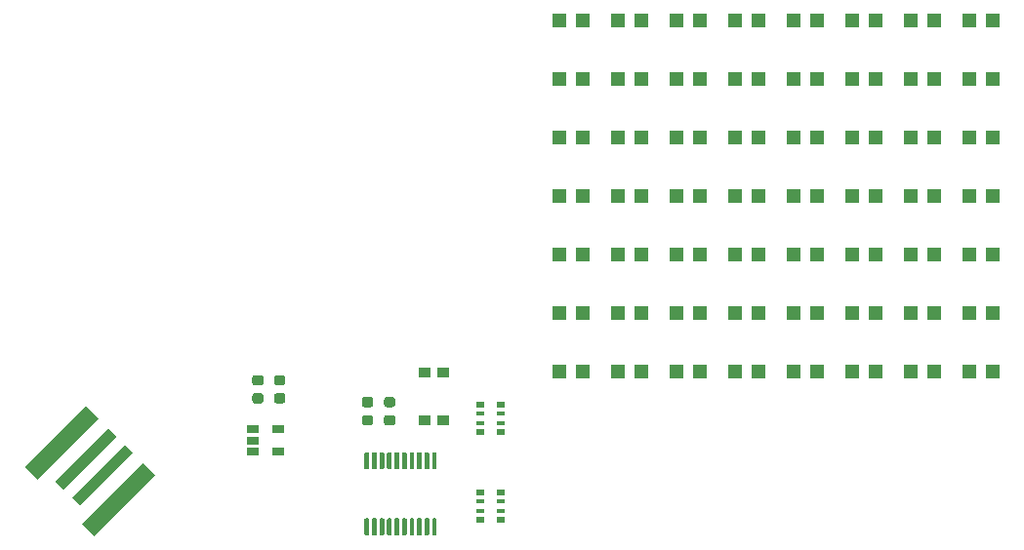
<source format=gbr>
G04 #@! TF.GenerationSoftware,KiCad,Pcbnew,(5.1.5-0-10_14)*
G04 #@! TF.CreationDate,2020-05-09T22:19:51-06:00*
G04 #@! TF.ProjectId,business_card_v1,62757369-6e65-4737-935f-636172645f76,rev?*
G04 #@! TF.SameCoordinates,Original*
G04 #@! TF.FileFunction,Paste,Top*
G04 #@! TF.FilePolarity,Positive*
%FSLAX46Y46*%
G04 Gerber Fmt 4.6, Leading zero omitted, Abs format (unit mm)*
G04 Created by KiCad (PCBNEW (5.1.5-0-10_14)) date 2020-05-09 22:19:51*
%MOMM*%
%LPD*%
G04 APERTURE LIST*
%ADD10R,0.800000X0.500000*%
%ADD11R,0.800000X0.400000*%
%ADD12C,0.100000*%
%ADD13R,1.000000X0.900000*%
%ADD14R,1.060000X0.650000*%
%ADD15R,1.200000X1.200000*%
G04 APERTURE END LIST*
D10*
X147458000Y-126930000D03*
D11*
X147458000Y-126130000D03*
D10*
X147458000Y-124530000D03*
D11*
X147458000Y-125330000D03*
D10*
X145658000Y-126930000D03*
D11*
X145658000Y-125330000D03*
X145658000Y-126130000D03*
D10*
X145658000Y-124530000D03*
X147458000Y-119310000D03*
D11*
X147458000Y-118510000D03*
D10*
X147458000Y-116910000D03*
D11*
X147458000Y-117710000D03*
D10*
X145658000Y-119310000D03*
D11*
X145658000Y-117710000D03*
X145658000Y-118510000D03*
D10*
X145658000Y-116910000D03*
D12*
G36*
X107230665Y-123390829D02*
G01*
X106170004Y-122330168D01*
X111473305Y-117026867D01*
X112533966Y-118087528D01*
X107230665Y-123390829D01*
G37*
G36*
X109528761Y-124274711D02*
G01*
X108821655Y-123567605D01*
X113417849Y-118971411D01*
X114124955Y-119678517D01*
X109528761Y-124274711D01*
G37*
G36*
X110942975Y-125688925D02*
G01*
X110235869Y-124981819D01*
X114832063Y-120385625D01*
X115539169Y-121092731D01*
X110942975Y-125688925D01*
G37*
G36*
X112180412Y-128340576D02*
G01*
X111119751Y-127279915D01*
X116423052Y-121976614D01*
X117483713Y-123037275D01*
X112180412Y-128340576D01*
G37*
D13*
X142405000Y-114155000D03*
X140805000Y-114155000D03*
X142405000Y-118255000D03*
X140805000Y-118255000D03*
D12*
G36*
X136167691Y-116251053D02*
G01*
X136188926Y-116254203D01*
X136209750Y-116259419D01*
X136229962Y-116266651D01*
X136249368Y-116275830D01*
X136267781Y-116286866D01*
X136285024Y-116299654D01*
X136300930Y-116314070D01*
X136315346Y-116329976D01*
X136328134Y-116347219D01*
X136339170Y-116365632D01*
X136348349Y-116385038D01*
X136355581Y-116405250D01*
X136360797Y-116426074D01*
X136363947Y-116447309D01*
X136365000Y-116468750D01*
X136365000Y-116906250D01*
X136363947Y-116927691D01*
X136360797Y-116948926D01*
X136355581Y-116969750D01*
X136348349Y-116989962D01*
X136339170Y-117009368D01*
X136328134Y-117027781D01*
X136315346Y-117045024D01*
X136300930Y-117060930D01*
X136285024Y-117075346D01*
X136267781Y-117088134D01*
X136249368Y-117099170D01*
X136229962Y-117108349D01*
X136209750Y-117115581D01*
X136188926Y-117120797D01*
X136167691Y-117123947D01*
X136146250Y-117125000D01*
X135633750Y-117125000D01*
X135612309Y-117123947D01*
X135591074Y-117120797D01*
X135570250Y-117115581D01*
X135550038Y-117108349D01*
X135530632Y-117099170D01*
X135512219Y-117088134D01*
X135494976Y-117075346D01*
X135479070Y-117060930D01*
X135464654Y-117045024D01*
X135451866Y-117027781D01*
X135440830Y-117009368D01*
X135431651Y-116989962D01*
X135424419Y-116969750D01*
X135419203Y-116948926D01*
X135416053Y-116927691D01*
X135415000Y-116906250D01*
X135415000Y-116468750D01*
X135416053Y-116447309D01*
X135419203Y-116426074D01*
X135424419Y-116405250D01*
X135431651Y-116385038D01*
X135440830Y-116365632D01*
X135451866Y-116347219D01*
X135464654Y-116329976D01*
X135479070Y-116314070D01*
X135494976Y-116299654D01*
X135512219Y-116286866D01*
X135530632Y-116275830D01*
X135550038Y-116266651D01*
X135570250Y-116259419D01*
X135591074Y-116254203D01*
X135612309Y-116251053D01*
X135633750Y-116250000D01*
X136146250Y-116250000D01*
X136167691Y-116251053D01*
G37*
G36*
X136167691Y-117826053D02*
G01*
X136188926Y-117829203D01*
X136209750Y-117834419D01*
X136229962Y-117841651D01*
X136249368Y-117850830D01*
X136267781Y-117861866D01*
X136285024Y-117874654D01*
X136300930Y-117889070D01*
X136315346Y-117904976D01*
X136328134Y-117922219D01*
X136339170Y-117940632D01*
X136348349Y-117960038D01*
X136355581Y-117980250D01*
X136360797Y-118001074D01*
X136363947Y-118022309D01*
X136365000Y-118043750D01*
X136365000Y-118481250D01*
X136363947Y-118502691D01*
X136360797Y-118523926D01*
X136355581Y-118544750D01*
X136348349Y-118564962D01*
X136339170Y-118584368D01*
X136328134Y-118602781D01*
X136315346Y-118620024D01*
X136300930Y-118635930D01*
X136285024Y-118650346D01*
X136267781Y-118663134D01*
X136249368Y-118674170D01*
X136229962Y-118683349D01*
X136209750Y-118690581D01*
X136188926Y-118695797D01*
X136167691Y-118698947D01*
X136146250Y-118700000D01*
X135633750Y-118700000D01*
X135612309Y-118698947D01*
X135591074Y-118695797D01*
X135570250Y-118690581D01*
X135550038Y-118683349D01*
X135530632Y-118674170D01*
X135512219Y-118663134D01*
X135494976Y-118650346D01*
X135479070Y-118635930D01*
X135464654Y-118620024D01*
X135451866Y-118602781D01*
X135440830Y-118584368D01*
X135431651Y-118564962D01*
X135424419Y-118544750D01*
X135419203Y-118523926D01*
X135416053Y-118502691D01*
X135415000Y-118481250D01*
X135415000Y-118043750D01*
X135416053Y-118022309D01*
X135419203Y-118001074D01*
X135424419Y-117980250D01*
X135431651Y-117960038D01*
X135440830Y-117940632D01*
X135451866Y-117922219D01*
X135464654Y-117904976D01*
X135479070Y-117889070D01*
X135494976Y-117874654D01*
X135512219Y-117861866D01*
X135530632Y-117850830D01*
X135550038Y-117841651D01*
X135570250Y-117834419D01*
X135591074Y-117829203D01*
X135612309Y-117826053D01*
X135633750Y-117825000D01*
X136146250Y-117825000D01*
X136167691Y-117826053D01*
G37*
G36*
X138072691Y-116251053D02*
G01*
X138093926Y-116254203D01*
X138114750Y-116259419D01*
X138134962Y-116266651D01*
X138154368Y-116275830D01*
X138172781Y-116286866D01*
X138190024Y-116299654D01*
X138205930Y-116314070D01*
X138220346Y-116329976D01*
X138233134Y-116347219D01*
X138244170Y-116365632D01*
X138253349Y-116385038D01*
X138260581Y-116405250D01*
X138265797Y-116426074D01*
X138268947Y-116447309D01*
X138270000Y-116468750D01*
X138270000Y-116906250D01*
X138268947Y-116927691D01*
X138265797Y-116948926D01*
X138260581Y-116969750D01*
X138253349Y-116989962D01*
X138244170Y-117009368D01*
X138233134Y-117027781D01*
X138220346Y-117045024D01*
X138205930Y-117060930D01*
X138190024Y-117075346D01*
X138172781Y-117088134D01*
X138154368Y-117099170D01*
X138134962Y-117108349D01*
X138114750Y-117115581D01*
X138093926Y-117120797D01*
X138072691Y-117123947D01*
X138051250Y-117125000D01*
X137538750Y-117125000D01*
X137517309Y-117123947D01*
X137496074Y-117120797D01*
X137475250Y-117115581D01*
X137455038Y-117108349D01*
X137435632Y-117099170D01*
X137417219Y-117088134D01*
X137399976Y-117075346D01*
X137384070Y-117060930D01*
X137369654Y-117045024D01*
X137356866Y-117027781D01*
X137345830Y-117009368D01*
X137336651Y-116989962D01*
X137329419Y-116969750D01*
X137324203Y-116948926D01*
X137321053Y-116927691D01*
X137320000Y-116906250D01*
X137320000Y-116468750D01*
X137321053Y-116447309D01*
X137324203Y-116426074D01*
X137329419Y-116405250D01*
X137336651Y-116385038D01*
X137345830Y-116365632D01*
X137356866Y-116347219D01*
X137369654Y-116329976D01*
X137384070Y-116314070D01*
X137399976Y-116299654D01*
X137417219Y-116286866D01*
X137435632Y-116275830D01*
X137455038Y-116266651D01*
X137475250Y-116259419D01*
X137496074Y-116254203D01*
X137517309Y-116251053D01*
X137538750Y-116250000D01*
X138051250Y-116250000D01*
X138072691Y-116251053D01*
G37*
G36*
X138072691Y-117826053D02*
G01*
X138093926Y-117829203D01*
X138114750Y-117834419D01*
X138134962Y-117841651D01*
X138154368Y-117850830D01*
X138172781Y-117861866D01*
X138190024Y-117874654D01*
X138205930Y-117889070D01*
X138220346Y-117904976D01*
X138233134Y-117922219D01*
X138244170Y-117940632D01*
X138253349Y-117960038D01*
X138260581Y-117980250D01*
X138265797Y-118001074D01*
X138268947Y-118022309D01*
X138270000Y-118043750D01*
X138270000Y-118481250D01*
X138268947Y-118502691D01*
X138265797Y-118523926D01*
X138260581Y-118544750D01*
X138253349Y-118564962D01*
X138244170Y-118584368D01*
X138233134Y-118602781D01*
X138220346Y-118620024D01*
X138205930Y-118635930D01*
X138190024Y-118650346D01*
X138172781Y-118663134D01*
X138154368Y-118674170D01*
X138134962Y-118683349D01*
X138114750Y-118690581D01*
X138093926Y-118695797D01*
X138072691Y-118698947D01*
X138051250Y-118700000D01*
X137538750Y-118700000D01*
X137517309Y-118698947D01*
X137496074Y-118695797D01*
X137475250Y-118690581D01*
X137455038Y-118683349D01*
X137435632Y-118674170D01*
X137417219Y-118663134D01*
X137399976Y-118650346D01*
X137384070Y-118635930D01*
X137369654Y-118620024D01*
X137356866Y-118602781D01*
X137345830Y-118584368D01*
X137336651Y-118564962D01*
X137329419Y-118544750D01*
X137324203Y-118523926D01*
X137321053Y-118502691D01*
X137320000Y-118481250D01*
X137320000Y-118043750D01*
X137321053Y-118022309D01*
X137324203Y-118001074D01*
X137329419Y-117980250D01*
X137336651Y-117960038D01*
X137345830Y-117940632D01*
X137356866Y-117922219D01*
X137369654Y-117904976D01*
X137384070Y-117889070D01*
X137399976Y-117874654D01*
X137417219Y-117861866D01*
X137435632Y-117850830D01*
X137455038Y-117841651D01*
X137475250Y-117834419D01*
X137496074Y-117829203D01*
X137517309Y-117826053D01*
X137538750Y-117825000D01*
X138051250Y-117825000D01*
X138072691Y-117826053D01*
G37*
G36*
X128547691Y-114346053D02*
G01*
X128568926Y-114349203D01*
X128589750Y-114354419D01*
X128609962Y-114361651D01*
X128629368Y-114370830D01*
X128647781Y-114381866D01*
X128665024Y-114394654D01*
X128680930Y-114409070D01*
X128695346Y-114424976D01*
X128708134Y-114442219D01*
X128719170Y-114460632D01*
X128728349Y-114480038D01*
X128735581Y-114500250D01*
X128740797Y-114521074D01*
X128743947Y-114542309D01*
X128745000Y-114563750D01*
X128745000Y-115001250D01*
X128743947Y-115022691D01*
X128740797Y-115043926D01*
X128735581Y-115064750D01*
X128728349Y-115084962D01*
X128719170Y-115104368D01*
X128708134Y-115122781D01*
X128695346Y-115140024D01*
X128680930Y-115155930D01*
X128665024Y-115170346D01*
X128647781Y-115183134D01*
X128629368Y-115194170D01*
X128609962Y-115203349D01*
X128589750Y-115210581D01*
X128568926Y-115215797D01*
X128547691Y-115218947D01*
X128526250Y-115220000D01*
X128013750Y-115220000D01*
X127992309Y-115218947D01*
X127971074Y-115215797D01*
X127950250Y-115210581D01*
X127930038Y-115203349D01*
X127910632Y-115194170D01*
X127892219Y-115183134D01*
X127874976Y-115170346D01*
X127859070Y-115155930D01*
X127844654Y-115140024D01*
X127831866Y-115122781D01*
X127820830Y-115104368D01*
X127811651Y-115084962D01*
X127804419Y-115064750D01*
X127799203Y-115043926D01*
X127796053Y-115022691D01*
X127795000Y-115001250D01*
X127795000Y-114563750D01*
X127796053Y-114542309D01*
X127799203Y-114521074D01*
X127804419Y-114500250D01*
X127811651Y-114480038D01*
X127820830Y-114460632D01*
X127831866Y-114442219D01*
X127844654Y-114424976D01*
X127859070Y-114409070D01*
X127874976Y-114394654D01*
X127892219Y-114381866D01*
X127910632Y-114370830D01*
X127930038Y-114361651D01*
X127950250Y-114354419D01*
X127971074Y-114349203D01*
X127992309Y-114346053D01*
X128013750Y-114345000D01*
X128526250Y-114345000D01*
X128547691Y-114346053D01*
G37*
G36*
X128547691Y-115921053D02*
G01*
X128568926Y-115924203D01*
X128589750Y-115929419D01*
X128609962Y-115936651D01*
X128629368Y-115945830D01*
X128647781Y-115956866D01*
X128665024Y-115969654D01*
X128680930Y-115984070D01*
X128695346Y-115999976D01*
X128708134Y-116017219D01*
X128719170Y-116035632D01*
X128728349Y-116055038D01*
X128735581Y-116075250D01*
X128740797Y-116096074D01*
X128743947Y-116117309D01*
X128745000Y-116138750D01*
X128745000Y-116576250D01*
X128743947Y-116597691D01*
X128740797Y-116618926D01*
X128735581Y-116639750D01*
X128728349Y-116659962D01*
X128719170Y-116679368D01*
X128708134Y-116697781D01*
X128695346Y-116715024D01*
X128680930Y-116730930D01*
X128665024Y-116745346D01*
X128647781Y-116758134D01*
X128629368Y-116769170D01*
X128609962Y-116778349D01*
X128589750Y-116785581D01*
X128568926Y-116790797D01*
X128547691Y-116793947D01*
X128526250Y-116795000D01*
X128013750Y-116795000D01*
X127992309Y-116793947D01*
X127971074Y-116790797D01*
X127950250Y-116785581D01*
X127930038Y-116778349D01*
X127910632Y-116769170D01*
X127892219Y-116758134D01*
X127874976Y-116745346D01*
X127859070Y-116730930D01*
X127844654Y-116715024D01*
X127831866Y-116697781D01*
X127820830Y-116679368D01*
X127811651Y-116659962D01*
X127804419Y-116639750D01*
X127799203Y-116618926D01*
X127796053Y-116597691D01*
X127795000Y-116576250D01*
X127795000Y-116138750D01*
X127796053Y-116117309D01*
X127799203Y-116096074D01*
X127804419Y-116075250D01*
X127811651Y-116055038D01*
X127820830Y-116035632D01*
X127831866Y-116017219D01*
X127844654Y-115999976D01*
X127859070Y-115984070D01*
X127874976Y-115969654D01*
X127892219Y-115956866D01*
X127910632Y-115945830D01*
X127930038Y-115936651D01*
X127950250Y-115929419D01*
X127971074Y-115924203D01*
X127992309Y-115921053D01*
X128013750Y-115920000D01*
X128526250Y-115920000D01*
X128547691Y-115921053D01*
G37*
G36*
X126642691Y-115921053D02*
G01*
X126663926Y-115924203D01*
X126684750Y-115929419D01*
X126704962Y-115936651D01*
X126724368Y-115945830D01*
X126742781Y-115956866D01*
X126760024Y-115969654D01*
X126775930Y-115984070D01*
X126790346Y-115999976D01*
X126803134Y-116017219D01*
X126814170Y-116035632D01*
X126823349Y-116055038D01*
X126830581Y-116075250D01*
X126835797Y-116096074D01*
X126838947Y-116117309D01*
X126840000Y-116138750D01*
X126840000Y-116576250D01*
X126838947Y-116597691D01*
X126835797Y-116618926D01*
X126830581Y-116639750D01*
X126823349Y-116659962D01*
X126814170Y-116679368D01*
X126803134Y-116697781D01*
X126790346Y-116715024D01*
X126775930Y-116730930D01*
X126760024Y-116745346D01*
X126742781Y-116758134D01*
X126724368Y-116769170D01*
X126704962Y-116778349D01*
X126684750Y-116785581D01*
X126663926Y-116790797D01*
X126642691Y-116793947D01*
X126621250Y-116795000D01*
X126108750Y-116795000D01*
X126087309Y-116793947D01*
X126066074Y-116790797D01*
X126045250Y-116785581D01*
X126025038Y-116778349D01*
X126005632Y-116769170D01*
X125987219Y-116758134D01*
X125969976Y-116745346D01*
X125954070Y-116730930D01*
X125939654Y-116715024D01*
X125926866Y-116697781D01*
X125915830Y-116679368D01*
X125906651Y-116659962D01*
X125899419Y-116639750D01*
X125894203Y-116618926D01*
X125891053Y-116597691D01*
X125890000Y-116576250D01*
X125890000Y-116138750D01*
X125891053Y-116117309D01*
X125894203Y-116096074D01*
X125899419Y-116075250D01*
X125906651Y-116055038D01*
X125915830Y-116035632D01*
X125926866Y-116017219D01*
X125939654Y-115999976D01*
X125954070Y-115984070D01*
X125969976Y-115969654D01*
X125987219Y-115956866D01*
X126005632Y-115945830D01*
X126025038Y-115936651D01*
X126045250Y-115929419D01*
X126066074Y-115924203D01*
X126087309Y-115921053D01*
X126108750Y-115920000D01*
X126621250Y-115920000D01*
X126642691Y-115921053D01*
G37*
G36*
X126642691Y-114346053D02*
G01*
X126663926Y-114349203D01*
X126684750Y-114354419D01*
X126704962Y-114361651D01*
X126724368Y-114370830D01*
X126742781Y-114381866D01*
X126760024Y-114394654D01*
X126775930Y-114409070D01*
X126790346Y-114424976D01*
X126803134Y-114442219D01*
X126814170Y-114460632D01*
X126823349Y-114480038D01*
X126830581Y-114500250D01*
X126835797Y-114521074D01*
X126838947Y-114542309D01*
X126840000Y-114563750D01*
X126840000Y-115001250D01*
X126838947Y-115022691D01*
X126835797Y-115043926D01*
X126830581Y-115064750D01*
X126823349Y-115084962D01*
X126814170Y-115104368D01*
X126803134Y-115122781D01*
X126790346Y-115140024D01*
X126775930Y-115155930D01*
X126760024Y-115170346D01*
X126742781Y-115183134D01*
X126724368Y-115194170D01*
X126704962Y-115203349D01*
X126684750Y-115210581D01*
X126663926Y-115215797D01*
X126642691Y-115218947D01*
X126621250Y-115220000D01*
X126108750Y-115220000D01*
X126087309Y-115218947D01*
X126066074Y-115215797D01*
X126045250Y-115210581D01*
X126025038Y-115203349D01*
X126005632Y-115194170D01*
X125987219Y-115183134D01*
X125969976Y-115170346D01*
X125954070Y-115155930D01*
X125939654Y-115140024D01*
X125926866Y-115122781D01*
X125915830Y-115104368D01*
X125906651Y-115084962D01*
X125899419Y-115064750D01*
X125894203Y-115043926D01*
X125891053Y-115022691D01*
X125890000Y-115001250D01*
X125890000Y-114563750D01*
X125891053Y-114542309D01*
X125894203Y-114521074D01*
X125899419Y-114500250D01*
X125906651Y-114480038D01*
X125915830Y-114460632D01*
X125926866Y-114442219D01*
X125939654Y-114424976D01*
X125954070Y-114409070D01*
X125969976Y-114394654D01*
X125987219Y-114381866D01*
X126005632Y-114370830D01*
X126025038Y-114361651D01*
X126045250Y-114354419D01*
X126066074Y-114349203D01*
X126087309Y-114346053D01*
X126108750Y-114345000D01*
X126621250Y-114345000D01*
X126642691Y-114346053D01*
G37*
G36*
X141782302Y-126775982D02*
G01*
X141792009Y-126777421D01*
X141801528Y-126779806D01*
X141810768Y-126783112D01*
X141819640Y-126787308D01*
X141828057Y-126792353D01*
X141835939Y-126798199D01*
X141843211Y-126804789D01*
X141849801Y-126812061D01*
X141855647Y-126819943D01*
X141860692Y-126828360D01*
X141864888Y-126837232D01*
X141868194Y-126846472D01*
X141870579Y-126855991D01*
X141872018Y-126865698D01*
X141872500Y-126875500D01*
X141872500Y-128150500D01*
X141872018Y-128160302D01*
X141870579Y-128170009D01*
X141868194Y-128179528D01*
X141864888Y-128188768D01*
X141860692Y-128197640D01*
X141855647Y-128206057D01*
X141849801Y-128213939D01*
X141843211Y-128221211D01*
X141835939Y-128227801D01*
X141828057Y-128233647D01*
X141819640Y-128238692D01*
X141810768Y-128242888D01*
X141801528Y-128246194D01*
X141792009Y-128248579D01*
X141782302Y-128250018D01*
X141772500Y-128250500D01*
X141572500Y-128250500D01*
X141562698Y-128250018D01*
X141552991Y-128248579D01*
X141543472Y-128246194D01*
X141534232Y-128242888D01*
X141525360Y-128238692D01*
X141516943Y-128233647D01*
X141509061Y-128227801D01*
X141501789Y-128221211D01*
X141495199Y-128213939D01*
X141489353Y-128206057D01*
X141484308Y-128197640D01*
X141480112Y-128188768D01*
X141476806Y-128179528D01*
X141474421Y-128170009D01*
X141472982Y-128160302D01*
X141472500Y-128150500D01*
X141472500Y-126875500D01*
X141472982Y-126865698D01*
X141474421Y-126855991D01*
X141476806Y-126846472D01*
X141480112Y-126837232D01*
X141484308Y-126828360D01*
X141489353Y-126819943D01*
X141495199Y-126812061D01*
X141501789Y-126804789D01*
X141509061Y-126798199D01*
X141516943Y-126792353D01*
X141525360Y-126787308D01*
X141534232Y-126783112D01*
X141543472Y-126779806D01*
X141552991Y-126777421D01*
X141562698Y-126775982D01*
X141572500Y-126775500D01*
X141772500Y-126775500D01*
X141782302Y-126775982D01*
G37*
G36*
X141132302Y-126775982D02*
G01*
X141142009Y-126777421D01*
X141151528Y-126779806D01*
X141160768Y-126783112D01*
X141169640Y-126787308D01*
X141178057Y-126792353D01*
X141185939Y-126798199D01*
X141193211Y-126804789D01*
X141199801Y-126812061D01*
X141205647Y-126819943D01*
X141210692Y-126828360D01*
X141214888Y-126837232D01*
X141218194Y-126846472D01*
X141220579Y-126855991D01*
X141222018Y-126865698D01*
X141222500Y-126875500D01*
X141222500Y-128150500D01*
X141222018Y-128160302D01*
X141220579Y-128170009D01*
X141218194Y-128179528D01*
X141214888Y-128188768D01*
X141210692Y-128197640D01*
X141205647Y-128206057D01*
X141199801Y-128213939D01*
X141193211Y-128221211D01*
X141185939Y-128227801D01*
X141178057Y-128233647D01*
X141169640Y-128238692D01*
X141160768Y-128242888D01*
X141151528Y-128246194D01*
X141142009Y-128248579D01*
X141132302Y-128250018D01*
X141122500Y-128250500D01*
X140922500Y-128250500D01*
X140912698Y-128250018D01*
X140902991Y-128248579D01*
X140893472Y-128246194D01*
X140884232Y-128242888D01*
X140875360Y-128238692D01*
X140866943Y-128233647D01*
X140859061Y-128227801D01*
X140851789Y-128221211D01*
X140845199Y-128213939D01*
X140839353Y-128206057D01*
X140834308Y-128197640D01*
X140830112Y-128188768D01*
X140826806Y-128179528D01*
X140824421Y-128170009D01*
X140822982Y-128160302D01*
X140822500Y-128150500D01*
X140822500Y-126875500D01*
X140822982Y-126865698D01*
X140824421Y-126855991D01*
X140826806Y-126846472D01*
X140830112Y-126837232D01*
X140834308Y-126828360D01*
X140839353Y-126819943D01*
X140845199Y-126812061D01*
X140851789Y-126804789D01*
X140859061Y-126798199D01*
X140866943Y-126792353D01*
X140875360Y-126787308D01*
X140884232Y-126783112D01*
X140893472Y-126779806D01*
X140902991Y-126777421D01*
X140912698Y-126775982D01*
X140922500Y-126775500D01*
X141122500Y-126775500D01*
X141132302Y-126775982D01*
G37*
G36*
X140482302Y-126775982D02*
G01*
X140492009Y-126777421D01*
X140501528Y-126779806D01*
X140510768Y-126783112D01*
X140519640Y-126787308D01*
X140528057Y-126792353D01*
X140535939Y-126798199D01*
X140543211Y-126804789D01*
X140549801Y-126812061D01*
X140555647Y-126819943D01*
X140560692Y-126828360D01*
X140564888Y-126837232D01*
X140568194Y-126846472D01*
X140570579Y-126855991D01*
X140572018Y-126865698D01*
X140572500Y-126875500D01*
X140572500Y-128150500D01*
X140572018Y-128160302D01*
X140570579Y-128170009D01*
X140568194Y-128179528D01*
X140564888Y-128188768D01*
X140560692Y-128197640D01*
X140555647Y-128206057D01*
X140549801Y-128213939D01*
X140543211Y-128221211D01*
X140535939Y-128227801D01*
X140528057Y-128233647D01*
X140519640Y-128238692D01*
X140510768Y-128242888D01*
X140501528Y-128246194D01*
X140492009Y-128248579D01*
X140482302Y-128250018D01*
X140472500Y-128250500D01*
X140272500Y-128250500D01*
X140262698Y-128250018D01*
X140252991Y-128248579D01*
X140243472Y-128246194D01*
X140234232Y-128242888D01*
X140225360Y-128238692D01*
X140216943Y-128233647D01*
X140209061Y-128227801D01*
X140201789Y-128221211D01*
X140195199Y-128213939D01*
X140189353Y-128206057D01*
X140184308Y-128197640D01*
X140180112Y-128188768D01*
X140176806Y-128179528D01*
X140174421Y-128170009D01*
X140172982Y-128160302D01*
X140172500Y-128150500D01*
X140172500Y-126875500D01*
X140172982Y-126865698D01*
X140174421Y-126855991D01*
X140176806Y-126846472D01*
X140180112Y-126837232D01*
X140184308Y-126828360D01*
X140189353Y-126819943D01*
X140195199Y-126812061D01*
X140201789Y-126804789D01*
X140209061Y-126798199D01*
X140216943Y-126792353D01*
X140225360Y-126787308D01*
X140234232Y-126783112D01*
X140243472Y-126779806D01*
X140252991Y-126777421D01*
X140262698Y-126775982D01*
X140272500Y-126775500D01*
X140472500Y-126775500D01*
X140482302Y-126775982D01*
G37*
G36*
X139832302Y-126775982D02*
G01*
X139842009Y-126777421D01*
X139851528Y-126779806D01*
X139860768Y-126783112D01*
X139869640Y-126787308D01*
X139878057Y-126792353D01*
X139885939Y-126798199D01*
X139893211Y-126804789D01*
X139899801Y-126812061D01*
X139905647Y-126819943D01*
X139910692Y-126828360D01*
X139914888Y-126837232D01*
X139918194Y-126846472D01*
X139920579Y-126855991D01*
X139922018Y-126865698D01*
X139922500Y-126875500D01*
X139922500Y-128150500D01*
X139922018Y-128160302D01*
X139920579Y-128170009D01*
X139918194Y-128179528D01*
X139914888Y-128188768D01*
X139910692Y-128197640D01*
X139905647Y-128206057D01*
X139899801Y-128213939D01*
X139893211Y-128221211D01*
X139885939Y-128227801D01*
X139878057Y-128233647D01*
X139869640Y-128238692D01*
X139860768Y-128242888D01*
X139851528Y-128246194D01*
X139842009Y-128248579D01*
X139832302Y-128250018D01*
X139822500Y-128250500D01*
X139622500Y-128250500D01*
X139612698Y-128250018D01*
X139602991Y-128248579D01*
X139593472Y-128246194D01*
X139584232Y-128242888D01*
X139575360Y-128238692D01*
X139566943Y-128233647D01*
X139559061Y-128227801D01*
X139551789Y-128221211D01*
X139545199Y-128213939D01*
X139539353Y-128206057D01*
X139534308Y-128197640D01*
X139530112Y-128188768D01*
X139526806Y-128179528D01*
X139524421Y-128170009D01*
X139522982Y-128160302D01*
X139522500Y-128150500D01*
X139522500Y-126875500D01*
X139522982Y-126865698D01*
X139524421Y-126855991D01*
X139526806Y-126846472D01*
X139530112Y-126837232D01*
X139534308Y-126828360D01*
X139539353Y-126819943D01*
X139545199Y-126812061D01*
X139551789Y-126804789D01*
X139559061Y-126798199D01*
X139566943Y-126792353D01*
X139575360Y-126787308D01*
X139584232Y-126783112D01*
X139593472Y-126779806D01*
X139602991Y-126777421D01*
X139612698Y-126775982D01*
X139622500Y-126775500D01*
X139822500Y-126775500D01*
X139832302Y-126775982D01*
G37*
G36*
X139182302Y-126775982D02*
G01*
X139192009Y-126777421D01*
X139201528Y-126779806D01*
X139210768Y-126783112D01*
X139219640Y-126787308D01*
X139228057Y-126792353D01*
X139235939Y-126798199D01*
X139243211Y-126804789D01*
X139249801Y-126812061D01*
X139255647Y-126819943D01*
X139260692Y-126828360D01*
X139264888Y-126837232D01*
X139268194Y-126846472D01*
X139270579Y-126855991D01*
X139272018Y-126865698D01*
X139272500Y-126875500D01*
X139272500Y-128150500D01*
X139272018Y-128160302D01*
X139270579Y-128170009D01*
X139268194Y-128179528D01*
X139264888Y-128188768D01*
X139260692Y-128197640D01*
X139255647Y-128206057D01*
X139249801Y-128213939D01*
X139243211Y-128221211D01*
X139235939Y-128227801D01*
X139228057Y-128233647D01*
X139219640Y-128238692D01*
X139210768Y-128242888D01*
X139201528Y-128246194D01*
X139192009Y-128248579D01*
X139182302Y-128250018D01*
X139172500Y-128250500D01*
X138972500Y-128250500D01*
X138962698Y-128250018D01*
X138952991Y-128248579D01*
X138943472Y-128246194D01*
X138934232Y-128242888D01*
X138925360Y-128238692D01*
X138916943Y-128233647D01*
X138909061Y-128227801D01*
X138901789Y-128221211D01*
X138895199Y-128213939D01*
X138889353Y-128206057D01*
X138884308Y-128197640D01*
X138880112Y-128188768D01*
X138876806Y-128179528D01*
X138874421Y-128170009D01*
X138872982Y-128160302D01*
X138872500Y-128150500D01*
X138872500Y-126875500D01*
X138872982Y-126865698D01*
X138874421Y-126855991D01*
X138876806Y-126846472D01*
X138880112Y-126837232D01*
X138884308Y-126828360D01*
X138889353Y-126819943D01*
X138895199Y-126812061D01*
X138901789Y-126804789D01*
X138909061Y-126798199D01*
X138916943Y-126792353D01*
X138925360Y-126787308D01*
X138934232Y-126783112D01*
X138943472Y-126779806D01*
X138952991Y-126777421D01*
X138962698Y-126775982D01*
X138972500Y-126775500D01*
X139172500Y-126775500D01*
X139182302Y-126775982D01*
G37*
G36*
X138532302Y-126775982D02*
G01*
X138542009Y-126777421D01*
X138551528Y-126779806D01*
X138560768Y-126783112D01*
X138569640Y-126787308D01*
X138578057Y-126792353D01*
X138585939Y-126798199D01*
X138593211Y-126804789D01*
X138599801Y-126812061D01*
X138605647Y-126819943D01*
X138610692Y-126828360D01*
X138614888Y-126837232D01*
X138618194Y-126846472D01*
X138620579Y-126855991D01*
X138622018Y-126865698D01*
X138622500Y-126875500D01*
X138622500Y-128150500D01*
X138622018Y-128160302D01*
X138620579Y-128170009D01*
X138618194Y-128179528D01*
X138614888Y-128188768D01*
X138610692Y-128197640D01*
X138605647Y-128206057D01*
X138599801Y-128213939D01*
X138593211Y-128221211D01*
X138585939Y-128227801D01*
X138578057Y-128233647D01*
X138569640Y-128238692D01*
X138560768Y-128242888D01*
X138551528Y-128246194D01*
X138542009Y-128248579D01*
X138532302Y-128250018D01*
X138522500Y-128250500D01*
X138322500Y-128250500D01*
X138312698Y-128250018D01*
X138302991Y-128248579D01*
X138293472Y-128246194D01*
X138284232Y-128242888D01*
X138275360Y-128238692D01*
X138266943Y-128233647D01*
X138259061Y-128227801D01*
X138251789Y-128221211D01*
X138245199Y-128213939D01*
X138239353Y-128206057D01*
X138234308Y-128197640D01*
X138230112Y-128188768D01*
X138226806Y-128179528D01*
X138224421Y-128170009D01*
X138222982Y-128160302D01*
X138222500Y-128150500D01*
X138222500Y-126875500D01*
X138222982Y-126865698D01*
X138224421Y-126855991D01*
X138226806Y-126846472D01*
X138230112Y-126837232D01*
X138234308Y-126828360D01*
X138239353Y-126819943D01*
X138245199Y-126812061D01*
X138251789Y-126804789D01*
X138259061Y-126798199D01*
X138266943Y-126792353D01*
X138275360Y-126787308D01*
X138284232Y-126783112D01*
X138293472Y-126779806D01*
X138302991Y-126777421D01*
X138312698Y-126775982D01*
X138322500Y-126775500D01*
X138522500Y-126775500D01*
X138532302Y-126775982D01*
G37*
G36*
X137882302Y-126775982D02*
G01*
X137892009Y-126777421D01*
X137901528Y-126779806D01*
X137910768Y-126783112D01*
X137919640Y-126787308D01*
X137928057Y-126792353D01*
X137935939Y-126798199D01*
X137943211Y-126804789D01*
X137949801Y-126812061D01*
X137955647Y-126819943D01*
X137960692Y-126828360D01*
X137964888Y-126837232D01*
X137968194Y-126846472D01*
X137970579Y-126855991D01*
X137972018Y-126865698D01*
X137972500Y-126875500D01*
X137972500Y-128150500D01*
X137972018Y-128160302D01*
X137970579Y-128170009D01*
X137968194Y-128179528D01*
X137964888Y-128188768D01*
X137960692Y-128197640D01*
X137955647Y-128206057D01*
X137949801Y-128213939D01*
X137943211Y-128221211D01*
X137935939Y-128227801D01*
X137928057Y-128233647D01*
X137919640Y-128238692D01*
X137910768Y-128242888D01*
X137901528Y-128246194D01*
X137892009Y-128248579D01*
X137882302Y-128250018D01*
X137872500Y-128250500D01*
X137672500Y-128250500D01*
X137662698Y-128250018D01*
X137652991Y-128248579D01*
X137643472Y-128246194D01*
X137634232Y-128242888D01*
X137625360Y-128238692D01*
X137616943Y-128233647D01*
X137609061Y-128227801D01*
X137601789Y-128221211D01*
X137595199Y-128213939D01*
X137589353Y-128206057D01*
X137584308Y-128197640D01*
X137580112Y-128188768D01*
X137576806Y-128179528D01*
X137574421Y-128170009D01*
X137572982Y-128160302D01*
X137572500Y-128150500D01*
X137572500Y-126875500D01*
X137572982Y-126865698D01*
X137574421Y-126855991D01*
X137576806Y-126846472D01*
X137580112Y-126837232D01*
X137584308Y-126828360D01*
X137589353Y-126819943D01*
X137595199Y-126812061D01*
X137601789Y-126804789D01*
X137609061Y-126798199D01*
X137616943Y-126792353D01*
X137625360Y-126787308D01*
X137634232Y-126783112D01*
X137643472Y-126779806D01*
X137652991Y-126777421D01*
X137662698Y-126775982D01*
X137672500Y-126775500D01*
X137872500Y-126775500D01*
X137882302Y-126775982D01*
G37*
G36*
X137232302Y-126775982D02*
G01*
X137242009Y-126777421D01*
X137251528Y-126779806D01*
X137260768Y-126783112D01*
X137269640Y-126787308D01*
X137278057Y-126792353D01*
X137285939Y-126798199D01*
X137293211Y-126804789D01*
X137299801Y-126812061D01*
X137305647Y-126819943D01*
X137310692Y-126828360D01*
X137314888Y-126837232D01*
X137318194Y-126846472D01*
X137320579Y-126855991D01*
X137322018Y-126865698D01*
X137322500Y-126875500D01*
X137322500Y-128150500D01*
X137322018Y-128160302D01*
X137320579Y-128170009D01*
X137318194Y-128179528D01*
X137314888Y-128188768D01*
X137310692Y-128197640D01*
X137305647Y-128206057D01*
X137299801Y-128213939D01*
X137293211Y-128221211D01*
X137285939Y-128227801D01*
X137278057Y-128233647D01*
X137269640Y-128238692D01*
X137260768Y-128242888D01*
X137251528Y-128246194D01*
X137242009Y-128248579D01*
X137232302Y-128250018D01*
X137222500Y-128250500D01*
X137022500Y-128250500D01*
X137012698Y-128250018D01*
X137002991Y-128248579D01*
X136993472Y-128246194D01*
X136984232Y-128242888D01*
X136975360Y-128238692D01*
X136966943Y-128233647D01*
X136959061Y-128227801D01*
X136951789Y-128221211D01*
X136945199Y-128213939D01*
X136939353Y-128206057D01*
X136934308Y-128197640D01*
X136930112Y-128188768D01*
X136926806Y-128179528D01*
X136924421Y-128170009D01*
X136922982Y-128160302D01*
X136922500Y-128150500D01*
X136922500Y-126875500D01*
X136922982Y-126865698D01*
X136924421Y-126855991D01*
X136926806Y-126846472D01*
X136930112Y-126837232D01*
X136934308Y-126828360D01*
X136939353Y-126819943D01*
X136945199Y-126812061D01*
X136951789Y-126804789D01*
X136959061Y-126798199D01*
X136966943Y-126792353D01*
X136975360Y-126787308D01*
X136984232Y-126783112D01*
X136993472Y-126779806D01*
X137002991Y-126777421D01*
X137012698Y-126775982D01*
X137022500Y-126775500D01*
X137222500Y-126775500D01*
X137232302Y-126775982D01*
G37*
G36*
X136582302Y-126775982D02*
G01*
X136592009Y-126777421D01*
X136601528Y-126779806D01*
X136610768Y-126783112D01*
X136619640Y-126787308D01*
X136628057Y-126792353D01*
X136635939Y-126798199D01*
X136643211Y-126804789D01*
X136649801Y-126812061D01*
X136655647Y-126819943D01*
X136660692Y-126828360D01*
X136664888Y-126837232D01*
X136668194Y-126846472D01*
X136670579Y-126855991D01*
X136672018Y-126865698D01*
X136672500Y-126875500D01*
X136672500Y-128150500D01*
X136672018Y-128160302D01*
X136670579Y-128170009D01*
X136668194Y-128179528D01*
X136664888Y-128188768D01*
X136660692Y-128197640D01*
X136655647Y-128206057D01*
X136649801Y-128213939D01*
X136643211Y-128221211D01*
X136635939Y-128227801D01*
X136628057Y-128233647D01*
X136619640Y-128238692D01*
X136610768Y-128242888D01*
X136601528Y-128246194D01*
X136592009Y-128248579D01*
X136582302Y-128250018D01*
X136572500Y-128250500D01*
X136372500Y-128250500D01*
X136362698Y-128250018D01*
X136352991Y-128248579D01*
X136343472Y-128246194D01*
X136334232Y-128242888D01*
X136325360Y-128238692D01*
X136316943Y-128233647D01*
X136309061Y-128227801D01*
X136301789Y-128221211D01*
X136295199Y-128213939D01*
X136289353Y-128206057D01*
X136284308Y-128197640D01*
X136280112Y-128188768D01*
X136276806Y-128179528D01*
X136274421Y-128170009D01*
X136272982Y-128160302D01*
X136272500Y-128150500D01*
X136272500Y-126875500D01*
X136272982Y-126865698D01*
X136274421Y-126855991D01*
X136276806Y-126846472D01*
X136280112Y-126837232D01*
X136284308Y-126828360D01*
X136289353Y-126819943D01*
X136295199Y-126812061D01*
X136301789Y-126804789D01*
X136309061Y-126798199D01*
X136316943Y-126792353D01*
X136325360Y-126787308D01*
X136334232Y-126783112D01*
X136343472Y-126779806D01*
X136352991Y-126777421D01*
X136362698Y-126775982D01*
X136372500Y-126775500D01*
X136572500Y-126775500D01*
X136582302Y-126775982D01*
G37*
G36*
X135932302Y-126775982D02*
G01*
X135942009Y-126777421D01*
X135951528Y-126779806D01*
X135960768Y-126783112D01*
X135969640Y-126787308D01*
X135978057Y-126792353D01*
X135985939Y-126798199D01*
X135993211Y-126804789D01*
X135999801Y-126812061D01*
X136005647Y-126819943D01*
X136010692Y-126828360D01*
X136014888Y-126837232D01*
X136018194Y-126846472D01*
X136020579Y-126855991D01*
X136022018Y-126865698D01*
X136022500Y-126875500D01*
X136022500Y-128150500D01*
X136022018Y-128160302D01*
X136020579Y-128170009D01*
X136018194Y-128179528D01*
X136014888Y-128188768D01*
X136010692Y-128197640D01*
X136005647Y-128206057D01*
X135999801Y-128213939D01*
X135993211Y-128221211D01*
X135985939Y-128227801D01*
X135978057Y-128233647D01*
X135969640Y-128238692D01*
X135960768Y-128242888D01*
X135951528Y-128246194D01*
X135942009Y-128248579D01*
X135932302Y-128250018D01*
X135922500Y-128250500D01*
X135722500Y-128250500D01*
X135712698Y-128250018D01*
X135702991Y-128248579D01*
X135693472Y-128246194D01*
X135684232Y-128242888D01*
X135675360Y-128238692D01*
X135666943Y-128233647D01*
X135659061Y-128227801D01*
X135651789Y-128221211D01*
X135645199Y-128213939D01*
X135639353Y-128206057D01*
X135634308Y-128197640D01*
X135630112Y-128188768D01*
X135626806Y-128179528D01*
X135624421Y-128170009D01*
X135622982Y-128160302D01*
X135622500Y-128150500D01*
X135622500Y-126875500D01*
X135622982Y-126865698D01*
X135624421Y-126855991D01*
X135626806Y-126846472D01*
X135630112Y-126837232D01*
X135634308Y-126828360D01*
X135639353Y-126819943D01*
X135645199Y-126812061D01*
X135651789Y-126804789D01*
X135659061Y-126798199D01*
X135666943Y-126792353D01*
X135675360Y-126787308D01*
X135684232Y-126783112D01*
X135693472Y-126779806D01*
X135702991Y-126777421D01*
X135712698Y-126775982D01*
X135722500Y-126775500D01*
X135922500Y-126775500D01*
X135932302Y-126775982D01*
G37*
G36*
X135932302Y-121050982D02*
G01*
X135942009Y-121052421D01*
X135951528Y-121054806D01*
X135960768Y-121058112D01*
X135969640Y-121062308D01*
X135978057Y-121067353D01*
X135985939Y-121073199D01*
X135993211Y-121079789D01*
X135999801Y-121087061D01*
X136005647Y-121094943D01*
X136010692Y-121103360D01*
X136014888Y-121112232D01*
X136018194Y-121121472D01*
X136020579Y-121130991D01*
X136022018Y-121140698D01*
X136022500Y-121150500D01*
X136022500Y-122425500D01*
X136022018Y-122435302D01*
X136020579Y-122445009D01*
X136018194Y-122454528D01*
X136014888Y-122463768D01*
X136010692Y-122472640D01*
X136005647Y-122481057D01*
X135999801Y-122488939D01*
X135993211Y-122496211D01*
X135985939Y-122502801D01*
X135978057Y-122508647D01*
X135969640Y-122513692D01*
X135960768Y-122517888D01*
X135951528Y-122521194D01*
X135942009Y-122523579D01*
X135932302Y-122525018D01*
X135922500Y-122525500D01*
X135722500Y-122525500D01*
X135712698Y-122525018D01*
X135702991Y-122523579D01*
X135693472Y-122521194D01*
X135684232Y-122517888D01*
X135675360Y-122513692D01*
X135666943Y-122508647D01*
X135659061Y-122502801D01*
X135651789Y-122496211D01*
X135645199Y-122488939D01*
X135639353Y-122481057D01*
X135634308Y-122472640D01*
X135630112Y-122463768D01*
X135626806Y-122454528D01*
X135624421Y-122445009D01*
X135622982Y-122435302D01*
X135622500Y-122425500D01*
X135622500Y-121150500D01*
X135622982Y-121140698D01*
X135624421Y-121130991D01*
X135626806Y-121121472D01*
X135630112Y-121112232D01*
X135634308Y-121103360D01*
X135639353Y-121094943D01*
X135645199Y-121087061D01*
X135651789Y-121079789D01*
X135659061Y-121073199D01*
X135666943Y-121067353D01*
X135675360Y-121062308D01*
X135684232Y-121058112D01*
X135693472Y-121054806D01*
X135702991Y-121052421D01*
X135712698Y-121050982D01*
X135722500Y-121050500D01*
X135922500Y-121050500D01*
X135932302Y-121050982D01*
G37*
G36*
X136582302Y-121050982D02*
G01*
X136592009Y-121052421D01*
X136601528Y-121054806D01*
X136610768Y-121058112D01*
X136619640Y-121062308D01*
X136628057Y-121067353D01*
X136635939Y-121073199D01*
X136643211Y-121079789D01*
X136649801Y-121087061D01*
X136655647Y-121094943D01*
X136660692Y-121103360D01*
X136664888Y-121112232D01*
X136668194Y-121121472D01*
X136670579Y-121130991D01*
X136672018Y-121140698D01*
X136672500Y-121150500D01*
X136672500Y-122425500D01*
X136672018Y-122435302D01*
X136670579Y-122445009D01*
X136668194Y-122454528D01*
X136664888Y-122463768D01*
X136660692Y-122472640D01*
X136655647Y-122481057D01*
X136649801Y-122488939D01*
X136643211Y-122496211D01*
X136635939Y-122502801D01*
X136628057Y-122508647D01*
X136619640Y-122513692D01*
X136610768Y-122517888D01*
X136601528Y-122521194D01*
X136592009Y-122523579D01*
X136582302Y-122525018D01*
X136572500Y-122525500D01*
X136372500Y-122525500D01*
X136362698Y-122525018D01*
X136352991Y-122523579D01*
X136343472Y-122521194D01*
X136334232Y-122517888D01*
X136325360Y-122513692D01*
X136316943Y-122508647D01*
X136309061Y-122502801D01*
X136301789Y-122496211D01*
X136295199Y-122488939D01*
X136289353Y-122481057D01*
X136284308Y-122472640D01*
X136280112Y-122463768D01*
X136276806Y-122454528D01*
X136274421Y-122445009D01*
X136272982Y-122435302D01*
X136272500Y-122425500D01*
X136272500Y-121150500D01*
X136272982Y-121140698D01*
X136274421Y-121130991D01*
X136276806Y-121121472D01*
X136280112Y-121112232D01*
X136284308Y-121103360D01*
X136289353Y-121094943D01*
X136295199Y-121087061D01*
X136301789Y-121079789D01*
X136309061Y-121073199D01*
X136316943Y-121067353D01*
X136325360Y-121062308D01*
X136334232Y-121058112D01*
X136343472Y-121054806D01*
X136352991Y-121052421D01*
X136362698Y-121050982D01*
X136372500Y-121050500D01*
X136572500Y-121050500D01*
X136582302Y-121050982D01*
G37*
G36*
X137232302Y-121050982D02*
G01*
X137242009Y-121052421D01*
X137251528Y-121054806D01*
X137260768Y-121058112D01*
X137269640Y-121062308D01*
X137278057Y-121067353D01*
X137285939Y-121073199D01*
X137293211Y-121079789D01*
X137299801Y-121087061D01*
X137305647Y-121094943D01*
X137310692Y-121103360D01*
X137314888Y-121112232D01*
X137318194Y-121121472D01*
X137320579Y-121130991D01*
X137322018Y-121140698D01*
X137322500Y-121150500D01*
X137322500Y-122425500D01*
X137322018Y-122435302D01*
X137320579Y-122445009D01*
X137318194Y-122454528D01*
X137314888Y-122463768D01*
X137310692Y-122472640D01*
X137305647Y-122481057D01*
X137299801Y-122488939D01*
X137293211Y-122496211D01*
X137285939Y-122502801D01*
X137278057Y-122508647D01*
X137269640Y-122513692D01*
X137260768Y-122517888D01*
X137251528Y-122521194D01*
X137242009Y-122523579D01*
X137232302Y-122525018D01*
X137222500Y-122525500D01*
X137022500Y-122525500D01*
X137012698Y-122525018D01*
X137002991Y-122523579D01*
X136993472Y-122521194D01*
X136984232Y-122517888D01*
X136975360Y-122513692D01*
X136966943Y-122508647D01*
X136959061Y-122502801D01*
X136951789Y-122496211D01*
X136945199Y-122488939D01*
X136939353Y-122481057D01*
X136934308Y-122472640D01*
X136930112Y-122463768D01*
X136926806Y-122454528D01*
X136924421Y-122445009D01*
X136922982Y-122435302D01*
X136922500Y-122425500D01*
X136922500Y-121150500D01*
X136922982Y-121140698D01*
X136924421Y-121130991D01*
X136926806Y-121121472D01*
X136930112Y-121112232D01*
X136934308Y-121103360D01*
X136939353Y-121094943D01*
X136945199Y-121087061D01*
X136951789Y-121079789D01*
X136959061Y-121073199D01*
X136966943Y-121067353D01*
X136975360Y-121062308D01*
X136984232Y-121058112D01*
X136993472Y-121054806D01*
X137002991Y-121052421D01*
X137012698Y-121050982D01*
X137022500Y-121050500D01*
X137222500Y-121050500D01*
X137232302Y-121050982D01*
G37*
G36*
X137882302Y-121050982D02*
G01*
X137892009Y-121052421D01*
X137901528Y-121054806D01*
X137910768Y-121058112D01*
X137919640Y-121062308D01*
X137928057Y-121067353D01*
X137935939Y-121073199D01*
X137943211Y-121079789D01*
X137949801Y-121087061D01*
X137955647Y-121094943D01*
X137960692Y-121103360D01*
X137964888Y-121112232D01*
X137968194Y-121121472D01*
X137970579Y-121130991D01*
X137972018Y-121140698D01*
X137972500Y-121150500D01*
X137972500Y-122425500D01*
X137972018Y-122435302D01*
X137970579Y-122445009D01*
X137968194Y-122454528D01*
X137964888Y-122463768D01*
X137960692Y-122472640D01*
X137955647Y-122481057D01*
X137949801Y-122488939D01*
X137943211Y-122496211D01*
X137935939Y-122502801D01*
X137928057Y-122508647D01*
X137919640Y-122513692D01*
X137910768Y-122517888D01*
X137901528Y-122521194D01*
X137892009Y-122523579D01*
X137882302Y-122525018D01*
X137872500Y-122525500D01*
X137672500Y-122525500D01*
X137662698Y-122525018D01*
X137652991Y-122523579D01*
X137643472Y-122521194D01*
X137634232Y-122517888D01*
X137625360Y-122513692D01*
X137616943Y-122508647D01*
X137609061Y-122502801D01*
X137601789Y-122496211D01*
X137595199Y-122488939D01*
X137589353Y-122481057D01*
X137584308Y-122472640D01*
X137580112Y-122463768D01*
X137576806Y-122454528D01*
X137574421Y-122445009D01*
X137572982Y-122435302D01*
X137572500Y-122425500D01*
X137572500Y-121150500D01*
X137572982Y-121140698D01*
X137574421Y-121130991D01*
X137576806Y-121121472D01*
X137580112Y-121112232D01*
X137584308Y-121103360D01*
X137589353Y-121094943D01*
X137595199Y-121087061D01*
X137601789Y-121079789D01*
X137609061Y-121073199D01*
X137616943Y-121067353D01*
X137625360Y-121062308D01*
X137634232Y-121058112D01*
X137643472Y-121054806D01*
X137652991Y-121052421D01*
X137662698Y-121050982D01*
X137672500Y-121050500D01*
X137872500Y-121050500D01*
X137882302Y-121050982D01*
G37*
G36*
X138532302Y-121050982D02*
G01*
X138542009Y-121052421D01*
X138551528Y-121054806D01*
X138560768Y-121058112D01*
X138569640Y-121062308D01*
X138578057Y-121067353D01*
X138585939Y-121073199D01*
X138593211Y-121079789D01*
X138599801Y-121087061D01*
X138605647Y-121094943D01*
X138610692Y-121103360D01*
X138614888Y-121112232D01*
X138618194Y-121121472D01*
X138620579Y-121130991D01*
X138622018Y-121140698D01*
X138622500Y-121150500D01*
X138622500Y-122425500D01*
X138622018Y-122435302D01*
X138620579Y-122445009D01*
X138618194Y-122454528D01*
X138614888Y-122463768D01*
X138610692Y-122472640D01*
X138605647Y-122481057D01*
X138599801Y-122488939D01*
X138593211Y-122496211D01*
X138585939Y-122502801D01*
X138578057Y-122508647D01*
X138569640Y-122513692D01*
X138560768Y-122517888D01*
X138551528Y-122521194D01*
X138542009Y-122523579D01*
X138532302Y-122525018D01*
X138522500Y-122525500D01*
X138322500Y-122525500D01*
X138312698Y-122525018D01*
X138302991Y-122523579D01*
X138293472Y-122521194D01*
X138284232Y-122517888D01*
X138275360Y-122513692D01*
X138266943Y-122508647D01*
X138259061Y-122502801D01*
X138251789Y-122496211D01*
X138245199Y-122488939D01*
X138239353Y-122481057D01*
X138234308Y-122472640D01*
X138230112Y-122463768D01*
X138226806Y-122454528D01*
X138224421Y-122445009D01*
X138222982Y-122435302D01*
X138222500Y-122425500D01*
X138222500Y-121150500D01*
X138222982Y-121140698D01*
X138224421Y-121130991D01*
X138226806Y-121121472D01*
X138230112Y-121112232D01*
X138234308Y-121103360D01*
X138239353Y-121094943D01*
X138245199Y-121087061D01*
X138251789Y-121079789D01*
X138259061Y-121073199D01*
X138266943Y-121067353D01*
X138275360Y-121062308D01*
X138284232Y-121058112D01*
X138293472Y-121054806D01*
X138302991Y-121052421D01*
X138312698Y-121050982D01*
X138322500Y-121050500D01*
X138522500Y-121050500D01*
X138532302Y-121050982D01*
G37*
G36*
X139182302Y-121050982D02*
G01*
X139192009Y-121052421D01*
X139201528Y-121054806D01*
X139210768Y-121058112D01*
X139219640Y-121062308D01*
X139228057Y-121067353D01*
X139235939Y-121073199D01*
X139243211Y-121079789D01*
X139249801Y-121087061D01*
X139255647Y-121094943D01*
X139260692Y-121103360D01*
X139264888Y-121112232D01*
X139268194Y-121121472D01*
X139270579Y-121130991D01*
X139272018Y-121140698D01*
X139272500Y-121150500D01*
X139272500Y-122425500D01*
X139272018Y-122435302D01*
X139270579Y-122445009D01*
X139268194Y-122454528D01*
X139264888Y-122463768D01*
X139260692Y-122472640D01*
X139255647Y-122481057D01*
X139249801Y-122488939D01*
X139243211Y-122496211D01*
X139235939Y-122502801D01*
X139228057Y-122508647D01*
X139219640Y-122513692D01*
X139210768Y-122517888D01*
X139201528Y-122521194D01*
X139192009Y-122523579D01*
X139182302Y-122525018D01*
X139172500Y-122525500D01*
X138972500Y-122525500D01*
X138962698Y-122525018D01*
X138952991Y-122523579D01*
X138943472Y-122521194D01*
X138934232Y-122517888D01*
X138925360Y-122513692D01*
X138916943Y-122508647D01*
X138909061Y-122502801D01*
X138901789Y-122496211D01*
X138895199Y-122488939D01*
X138889353Y-122481057D01*
X138884308Y-122472640D01*
X138880112Y-122463768D01*
X138876806Y-122454528D01*
X138874421Y-122445009D01*
X138872982Y-122435302D01*
X138872500Y-122425500D01*
X138872500Y-121150500D01*
X138872982Y-121140698D01*
X138874421Y-121130991D01*
X138876806Y-121121472D01*
X138880112Y-121112232D01*
X138884308Y-121103360D01*
X138889353Y-121094943D01*
X138895199Y-121087061D01*
X138901789Y-121079789D01*
X138909061Y-121073199D01*
X138916943Y-121067353D01*
X138925360Y-121062308D01*
X138934232Y-121058112D01*
X138943472Y-121054806D01*
X138952991Y-121052421D01*
X138962698Y-121050982D01*
X138972500Y-121050500D01*
X139172500Y-121050500D01*
X139182302Y-121050982D01*
G37*
G36*
X139832302Y-121050982D02*
G01*
X139842009Y-121052421D01*
X139851528Y-121054806D01*
X139860768Y-121058112D01*
X139869640Y-121062308D01*
X139878057Y-121067353D01*
X139885939Y-121073199D01*
X139893211Y-121079789D01*
X139899801Y-121087061D01*
X139905647Y-121094943D01*
X139910692Y-121103360D01*
X139914888Y-121112232D01*
X139918194Y-121121472D01*
X139920579Y-121130991D01*
X139922018Y-121140698D01*
X139922500Y-121150500D01*
X139922500Y-122425500D01*
X139922018Y-122435302D01*
X139920579Y-122445009D01*
X139918194Y-122454528D01*
X139914888Y-122463768D01*
X139910692Y-122472640D01*
X139905647Y-122481057D01*
X139899801Y-122488939D01*
X139893211Y-122496211D01*
X139885939Y-122502801D01*
X139878057Y-122508647D01*
X139869640Y-122513692D01*
X139860768Y-122517888D01*
X139851528Y-122521194D01*
X139842009Y-122523579D01*
X139832302Y-122525018D01*
X139822500Y-122525500D01*
X139622500Y-122525500D01*
X139612698Y-122525018D01*
X139602991Y-122523579D01*
X139593472Y-122521194D01*
X139584232Y-122517888D01*
X139575360Y-122513692D01*
X139566943Y-122508647D01*
X139559061Y-122502801D01*
X139551789Y-122496211D01*
X139545199Y-122488939D01*
X139539353Y-122481057D01*
X139534308Y-122472640D01*
X139530112Y-122463768D01*
X139526806Y-122454528D01*
X139524421Y-122445009D01*
X139522982Y-122435302D01*
X139522500Y-122425500D01*
X139522500Y-121150500D01*
X139522982Y-121140698D01*
X139524421Y-121130991D01*
X139526806Y-121121472D01*
X139530112Y-121112232D01*
X139534308Y-121103360D01*
X139539353Y-121094943D01*
X139545199Y-121087061D01*
X139551789Y-121079789D01*
X139559061Y-121073199D01*
X139566943Y-121067353D01*
X139575360Y-121062308D01*
X139584232Y-121058112D01*
X139593472Y-121054806D01*
X139602991Y-121052421D01*
X139612698Y-121050982D01*
X139622500Y-121050500D01*
X139822500Y-121050500D01*
X139832302Y-121050982D01*
G37*
G36*
X140482302Y-121050982D02*
G01*
X140492009Y-121052421D01*
X140501528Y-121054806D01*
X140510768Y-121058112D01*
X140519640Y-121062308D01*
X140528057Y-121067353D01*
X140535939Y-121073199D01*
X140543211Y-121079789D01*
X140549801Y-121087061D01*
X140555647Y-121094943D01*
X140560692Y-121103360D01*
X140564888Y-121112232D01*
X140568194Y-121121472D01*
X140570579Y-121130991D01*
X140572018Y-121140698D01*
X140572500Y-121150500D01*
X140572500Y-122425500D01*
X140572018Y-122435302D01*
X140570579Y-122445009D01*
X140568194Y-122454528D01*
X140564888Y-122463768D01*
X140560692Y-122472640D01*
X140555647Y-122481057D01*
X140549801Y-122488939D01*
X140543211Y-122496211D01*
X140535939Y-122502801D01*
X140528057Y-122508647D01*
X140519640Y-122513692D01*
X140510768Y-122517888D01*
X140501528Y-122521194D01*
X140492009Y-122523579D01*
X140482302Y-122525018D01*
X140472500Y-122525500D01*
X140272500Y-122525500D01*
X140262698Y-122525018D01*
X140252991Y-122523579D01*
X140243472Y-122521194D01*
X140234232Y-122517888D01*
X140225360Y-122513692D01*
X140216943Y-122508647D01*
X140209061Y-122502801D01*
X140201789Y-122496211D01*
X140195199Y-122488939D01*
X140189353Y-122481057D01*
X140184308Y-122472640D01*
X140180112Y-122463768D01*
X140176806Y-122454528D01*
X140174421Y-122445009D01*
X140172982Y-122435302D01*
X140172500Y-122425500D01*
X140172500Y-121150500D01*
X140172982Y-121140698D01*
X140174421Y-121130991D01*
X140176806Y-121121472D01*
X140180112Y-121112232D01*
X140184308Y-121103360D01*
X140189353Y-121094943D01*
X140195199Y-121087061D01*
X140201789Y-121079789D01*
X140209061Y-121073199D01*
X140216943Y-121067353D01*
X140225360Y-121062308D01*
X140234232Y-121058112D01*
X140243472Y-121054806D01*
X140252991Y-121052421D01*
X140262698Y-121050982D01*
X140272500Y-121050500D01*
X140472500Y-121050500D01*
X140482302Y-121050982D01*
G37*
G36*
X141132302Y-121050982D02*
G01*
X141142009Y-121052421D01*
X141151528Y-121054806D01*
X141160768Y-121058112D01*
X141169640Y-121062308D01*
X141178057Y-121067353D01*
X141185939Y-121073199D01*
X141193211Y-121079789D01*
X141199801Y-121087061D01*
X141205647Y-121094943D01*
X141210692Y-121103360D01*
X141214888Y-121112232D01*
X141218194Y-121121472D01*
X141220579Y-121130991D01*
X141222018Y-121140698D01*
X141222500Y-121150500D01*
X141222500Y-122425500D01*
X141222018Y-122435302D01*
X141220579Y-122445009D01*
X141218194Y-122454528D01*
X141214888Y-122463768D01*
X141210692Y-122472640D01*
X141205647Y-122481057D01*
X141199801Y-122488939D01*
X141193211Y-122496211D01*
X141185939Y-122502801D01*
X141178057Y-122508647D01*
X141169640Y-122513692D01*
X141160768Y-122517888D01*
X141151528Y-122521194D01*
X141142009Y-122523579D01*
X141132302Y-122525018D01*
X141122500Y-122525500D01*
X140922500Y-122525500D01*
X140912698Y-122525018D01*
X140902991Y-122523579D01*
X140893472Y-122521194D01*
X140884232Y-122517888D01*
X140875360Y-122513692D01*
X140866943Y-122508647D01*
X140859061Y-122502801D01*
X140851789Y-122496211D01*
X140845199Y-122488939D01*
X140839353Y-122481057D01*
X140834308Y-122472640D01*
X140830112Y-122463768D01*
X140826806Y-122454528D01*
X140824421Y-122445009D01*
X140822982Y-122435302D01*
X140822500Y-122425500D01*
X140822500Y-121150500D01*
X140822982Y-121140698D01*
X140824421Y-121130991D01*
X140826806Y-121121472D01*
X140830112Y-121112232D01*
X140834308Y-121103360D01*
X140839353Y-121094943D01*
X140845199Y-121087061D01*
X140851789Y-121079789D01*
X140859061Y-121073199D01*
X140866943Y-121067353D01*
X140875360Y-121062308D01*
X140884232Y-121058112D01*
X140893472Y-121054806D01*
X140902991Y-121052421D01*
X140912698Y-121050982D01*
X140922500Y-121050500D01*
X141122500Y-121050500D01*
X141132302Y-121050982D01*
G37*
G36*
X141782302Y-121050982D02*
G01*
X141792009Y-121052421D01*
X141801528Y-121054806D01*
X141810768Y-121058112D01*
X141819640Y-121062308D01*
X141828057Y-121067353D01*
X141835939Y-121073199D01*
X141843211Y-121079789D01*
X141849801Y-121087061D01*
X141855647Y-121094943D01*
X141860692Y-121103360D01*
X141864888Y-121112232D01*
X141868194Y-121121472D01*
X141870579Y-121130991D01*
X141872018Y-121140698D01*
X141872500Y-121150500D01*
X141872500Y-122425500D01*
X141872018Y-122435302D01*
X141870579Y-122445009D01*
X141868194Y-122454528D01*
X141864888Y-122463768D01*
X141860692Y-122472640D01*
X141855647Y-122481057D01*
X141849801Y-122488939D01*
X141843211Y-122496211D01*
X141835939Y-122502801D01*
X141828057Y-122508647D01*
X141819640Y-122513692D01*
X141810768Y-122517888D01*
X141801528Y-122521194D01*
X141792009Y-122523579D01*
X141782302Y-122525018D01*
X141772500Y-122525500D01*
X141572500Y-122525500D01*
X141562698Y-122525018D01*
X141552991Y-122523579D01*
X141543472Y-122521194D01*
X141534232Y-122517888D01*
X141525360Y-122513692D01*
X141516943Y-122508647D01*
X141509061Y-122502801D01*
X141501789Y-122496211D01*
X141495199Y-122488939D01*
X141489353Y-122481057D01*
X141484308Y-122472640D01*
X141480112Y-122463768D01*
X141476806Y-122454528D01*
X141474421Y-122445009D01*
X141472982Y-122435302D01*
X141472500Y-122425500D01*
X141472500Y-121150500D01*
X141472982Y-121140698D01*
X141474421Y-121130991D01*
X141476806Y-121121472D01*
X141480112Y-121112232D01*
X141484308Y-121103360D01*
X141489353Y-121094943D01*
X141495199Y-121087061D01*
X141501789Y-121079789D01*
X141509061Y-121073199D01*
X141516943Y-121067353D01*
X141525360Y-121062308D01*
X141534232Y-121058112D01*
X141543472Y-121054806D01*
X141552991Y-121052421D01*
X141562698Y-121050982D01*
X141572500Y-121050500D01*
X141772500Y-121050500D01*
X141782302Y-121050982D01*
G37*
D14*
X128100000Y-119065000D03*
X128100000Y-120965000D03*
X125900000Y-120965000D03*
X125900000Y-120015000D03*
X125900000Y-119065000D03*
D15*
X157561100Y-88593600D03*
X159661100Y-88593600D03*
X162641100Y-88593600D03*
X164741100Y-88593600D03*
X167721100Y-88593600D03*
X169821100Y-88593600D03*
X172801100Y-88593600D03*
X174901100Y-88593600D03*
X177881100Y-88593600D03*
X179981100Y-88593600D03*
X182961100Y-88593600D03*
X185061100Y-88593600D03*
X188041100Y-88593600D03*
X190141100Y-88593600D03*
X152481100Y-93673600D03*
X154581100Y-93673600D03*
X157561100Y-93673600D03*
X159661100Y-93673600D03*
X162641100Y-93673600D03*
X164741100Y-93673600D03*
X157561100Y-83513600D03*
X159661100Y-83513600D03*
X167721100Y-93673600D03*
X169821100Y-93673600D03*
X172801100Y-93673600D03*
X174901100Y-93673600D03*
X177881100Y-93673600D03*
X179981100Y-93673600D03*
X182961100Y-93673600D03*
X185061100Y-93673600D03*
X188041100Y-93673600D03*
X190141100Y-93673600D03*
X152481100Y-98753600D03*
X154581100Y-98753600D03*
X157561100Y-98753600D03*
X159661100Y-98753600D03*
X162641100Y-98753600D03*
X164741100Y-98753600D03*
X167721100Y-98753600D03*
X169821100Y-98753600D03*
X172801100Y-98753600D03*
X174901100Y-98753600D03*
X162641100Y-83513600D03*
X164741100Y-83513600D03*
X177881100Y-98753600D03*
X179981100Y-98753600D03*
X182961100Y-98753600D03*
X185061100Y-98753600D03*
X188041100Y-98753600D03*
X190141100Y-98753600D03*
X152481100Y-103833600D03*
X154581100Y-103833600D03*
X157561100Y-103833600D03*
X159661100Y-103833600D03*
X162641100Y-103833600D03*
X164741100Y-103833600D03*
X167721100Y-103833600D03*
X169821100Y-103833600D03*
X172801100Y-103833600D03*
X174901100Y-103833600D03*
X177881100Y-103833600D03*
X179981100Y-103833600D03*
X182961100Y-103833600D03*
X185061100Y-103833600D03*
X167721100Y-83513600D03*
X169821100Y-83513600D03*
X188041100Y-103833600D03*
X190141100Y-103833600D03*
X152481100Y-108913600D03*
X154581100Y-108913600D03*
X157561100Y-108913600D03*
X159661100Y-108913600D03*
X162641100Y-108913600D03*
X164741100Y-108913600D03*
X167721100Y-108913600D03*
X169821100Y-108913600D03*
X172801100Y-108913600D03*
X174901100Y-108913600D03*
X177881100Y-108913600D03*
X179981100Y-108913600D03*
X182961100Y-108913600D03*
X185061100Y-108913600D03*
X188041100Y-108913600D03*
X190141100Y-108913600D03*
X152481100Y-113993600D03*
X154581100Y-113993600D03*
X172801100Y-83513600D03*
X174901100Y-83513600D03*
X157561100Y-113993600D03*
X159661100Y-113993600D03*
X162641100Y-113993600D03*
X164741100Y-113993600D03*
X167721100Y-113993600D03*
X169821100Y-113993600D03*
X172801100Y-113993600D03*
X174901100Y-113993600D03*
X177881100Y-113993600D03*
X179981100Y-113993600D03*
X182961100Y-113993600D03*
X185061100Y-113993600D03*
X188041100Y-113993600D03*
X190141100Y-113993600D03*
X177881100Y-83513600D03*
X179981100Y-83513600D03*
X182961100Y-83513600D03*
X185061100Y-83513600D03*
X188041100Y-83513600D03*
X190141100Y-83513600D03*
X152481100Y-88593600D03*
X154581100Y-88593600D03*
X152481100Y-83513600D03*
X154581100Y-83513600D03*
M02*

</source>
